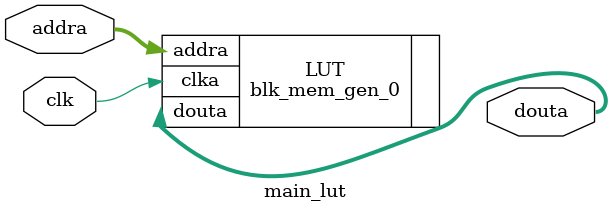
<source format=v>
`timescale 1ns / 1ps


module main_lut(
    input clk,
    input [7:0] addra,
    output [7:0] douta
);
 
blk_mem_gen_0 LUT (
    .clka(clk),
    .addra(addra),
    .douta(douta)
);    
 
endmodule

</source>
